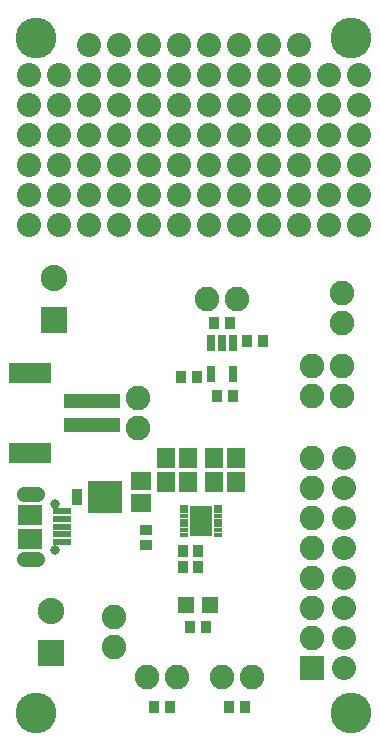
<source format=gts>
G75*
%MOIN*%
%OFA0B0*%
%FSLAX25Y25*%
%IPPOS*%
%LPD*%
%AMOC8*
5,1,8,0,0,1.08239X$1,22.5*
%
%ADD10C,0.13600*%
%ADD11R,0.03005X0.01784*%
%ADD12R,0.07808X0.10052*%
%ADD13R,0.06115X0.02375*%
%ADD14R,0.08280X0.06706*%
%ADD15C,0.03162*%
%ADD16C,0.05131*%
%ADD17R,0.18910X0.04737*%
%ADD18R,0.14186X0.07099*%
%ADD19R,0.08800X0.08800*%
%ADD20C,0.08800*%
%ADD21C,0.08200*%
%ADD22R,0.11300X0.10800*%
%ADD23R,0.03800X0.05800*%
%ADD24R,0.05918X0.06706*%
%ADD25R,0.06706X0.05918*%
%ADD26R,0.03556X0.04343*%
%ADD27R,0.08200X0.08200*%
%ADD28R,0.05524X0.05524*%
%ADD29R,0.04343X0.03556*%
%ADD30R,0.02965X0.05524*%
%ADD31C,0.08000*%
D10*
X0017894Y0011300D03*
X0122894Y0011300D03*
X0122894Y0236300D03*
X0017894Y0236300D03*
D11*
X0067087Y0080024D03*
X0067087Y0078450D03*
X0067087Y0076875D03*
X0067087Y0075300D03*
X0067087Y0073725D03*
X0067087Y0072150D03*
X0067087Y0070576D03*
X0078701Y0070576D03*
X0078701Y0072150D03*
X0078701Y0073725D03*
X0078701Y0075300D03*
X0078701Y0076875D03*
X0078701Y0078450D03*
X0078701Y0080024D03*
D12*
X0072894Y0075300D03*
D13*
X0026425Y0075859D03*
X0026425Y0073300D03*
X0026425Y0070741D03*
X0026425Y0068182D03*
X0026425Y0078418D03*
D14*
X0015894Y0077237D03*
X0015933Y0069363D03*
D15*
X0024161Y0065623D03*
X0024161Y0080977D03*
D16*
X0018059Y0084225D02*
X0013728Y0084225D01*
X0013728Y0062375D02*
X0018059Y0062375D01*
D17*
X0036461Y0107363D03*
X0036461Y0115237D03*
D18*
X0015988Y0124686D03*
X0015988Y0097914D03*
D19*
X0023894Y0142300D03*
X0022894Y0031300D03*
D20*
X0022894Y0045080D03*
X0023894Y0156080D03*
D21*
X0051894Y0116300D03*
X0051894Y0106300D03*
X0074894Y0149300D03*
X0084894Y0149300D03*
X0109894Y0126800D03*
X0109894Y0116800D03*
X0119894Y0116800D03*
X0119894Y0126800D03*
X0119894Y0141300D03*
X0119894Y0151300D03*
X0109894Y0096300D03*
X0109894Y0086300D03*
X0109894Y0076300D03*
X0109894Y0066300D03*
X0109894Y0056300D03*
X0109894Y0046300D03*
X0109894Y0036300D03*
X0089894Y0023300D03*
X0079894Y0023300D03*
X0064894Y0023300D03*
X0054894Y0023300D03*
X0043894Y0033300D03*
X0043894Y0043300D03*
D22*
X0040894Y0083300D03*
D23*
X0031644Y0083300D03*
D24*
X0061154Y0088300D03*
X0061154Y0096300D03*
X0068634Y0096300D03*
X0068634Y0088300D03*
X0077154Y0088300D03*
X0077154Y0096300D03*
X0084634Y0096300D03*
X0084634Y0088300D03*
D25*
X0052894Y0088540D03*
X0052894Y0081060D03*
D26*
X0066835Y0065300D03*
X0066835Y0059800D03*
X0071953Y0059800D03*
X0071953Y0065300D03*
X0074453Y0039800D03*
X0069335Y0039800D03*
X0062453Y0013300D03*
X0057335Y0013300D03*
X0082335Y0013300D03*
X0087453Y0013300D03*
X0083453Y0116800D03*
X0078335Y0116800D03*
X0071453Y0123300D03*
X0066335Y0123300D03*
X0077335Y0141300D03*
X0082453Y0141300D03*
X0088335Y0135300D03*
X0093453Y0135300D03*
D27*
X0109894Y0026300D03*
D28*
X0076028Y0047300D03*
X0067760Y0047300D03*
D29*
X0054394Y0067241D03*
X0054394Y0072359D03*
D30*
X0076154Y0124182D03*
X0076154Y0134418D03*
X0079894Y0134418D03*
X0083634Y0134418D03*
X0083634Y0124182D03*
D31*
X0085394Y0173800D03*
X0085394Y0183800D03*
X0085394Y0193800D03*
X0085394Y0203800D03*
X0085394Y0213800D03*
X0085394Y0223800D03*
X0085394Y0233800D03*
X0095394Y0233800D03*
X0095394Y0223800D03*
X0095394Y0213800D03*
X0095394Y0203800D03*
X0095394Y0193800D03*
X0095394Y0183800D03*
X0095394Y0173800D03*
X0105394Y0173800D03*
X0105394Y0183800D03*
X0105394Y0193800D03*
X0105394Y0203800D03*
X0105394Y0213800D03*
X0105394Y0223800D03*
X0105394Y0233800D03*
X0115394Y0223800D03*
X0115394Y0213800D03*
X0115394Y0203800D03*
X0115394Y0193800D03*
X0115394Y0183800D03*
X0115394Y0173800D03*
X0125394Y0173800D03*
X0125394Y0183800D03*
X0125394Y0193800D03*
X0125394Y0203800D03*
X0125394Y0213800D03*
X0125394Y0223800D03*
X0075394Y0223800D03*
X0075394Y0213800D03*
X0075394Y0203800D03*
X0075394Y0193800D03*
X0075394Y0183800D03*
X0075394Y0173800D03*
X0065394Y0173800D03*
X0065394Y0183800D03*
X0065394Y0193800D03*
X0065394Y0203800D03*
X0065394Y0213800D03*
X0065394Y0223800D03*
X0065394Y0233800D03*
X0075394Y0233800D03*
X0055394Y0233800D03*
X0055394Y0223800D03*
X0055394Y0213800D03*
X0055394Y0203800D03*
X0055394Y0193800D03*
X0055394Y0183800D03*
X0055394Y0173800D03*
X0045394Y0173800D03*
X0045394Y0183800D03*
X0045394Y0193800D03*
X0045394Y0203800D03*
X0045394Y0213800D03*
X0045394Y0223800D03*
X0045394Y0233800D03*
X0035394Y0233800D03*
X0035394Y0223800D03*
X0035394Y0213800D03*
X0035394Y0203800D03*
X0035394Y0193800D03*
X0035394Y0183800D03*
X0035394Y0173800D03*
X0025394Y0173800D03*
X0025394Y0183800D03*
X0025394Y0193800D03*
X0025394Y0203800D03*
X0025394Y0213800D03*
X0025394Y0223800D03*
X0015394Y0223800D03*
X0015394Y0213800D03*
X0015394Y0203800D03*
X0015394Y0193800D03*
X0015394Y0183800D03*
X0015394Y0173800D03*
X0120394Y0096300D03*
X0120394Y0086300D03*
X0120394Y0076300D03*
X0120394Y0066300D03*
X0120394Y0056300D03*
X0120394Y0046300D03*
X0120394Y0036300D03*
X0120394Y0026300D03*
M02*

</source>
